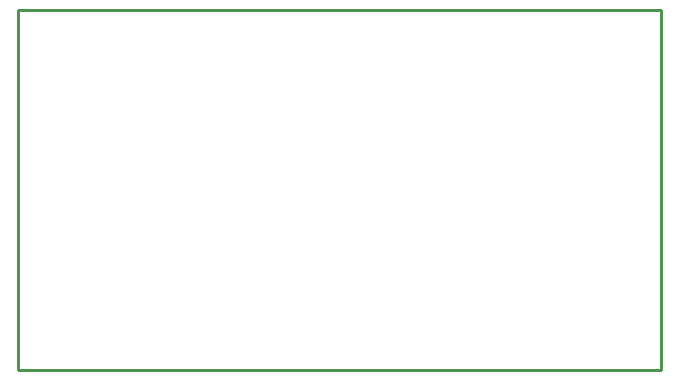
<source format=gko>
G04 Layer: BoardOutlineLayer*
G04 EasyEDA v6.4.31, 2022-02-13 10:25:38*
G04 2d099072909c4d34a2351a6f0d7baa55,7002fc846d7841648ca5f2fac868b397,10*
G04 Gerber Generator version 0.2*
G04 Scale: 100 percent, Rotated: No, Reflected: No *
G04 Dimensions in millimeters *
G04 leading zeros omitted , absolute positions ,4 integer and 5 decimal *
%FSLAX45Y45*%
%MOMM*%

%ADD10C,0.2540*%
D10*
X927100Y9309100D02*
G01*
X6375400Y9309100D01*
X6375400Y6261100D01*
X927100Y6261100D01*
X927100Y9309100D01*

%LPD*%
M02*

</source>
